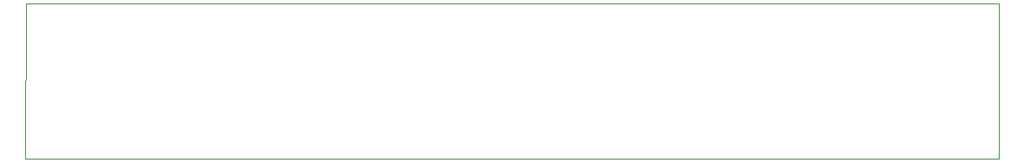
<source format=gbr>
G04 #@! TF.GenerationSoftware,KiCad,Pcbnew,(6.0.0-rc1-dev-305-gf0b8b21)*
G04 #@! TF.CreationDate,2020-01-15T10:01:43-08:00*
G04 #@! TF.ProjectId,_saved_Untitled,5F73617665645F556E7469746C65642E,rev?*
G04 #@! TF.SameCoordinates,Original*
G04 #@! TF.FileFunction,Profile,NP*
%FSLAX46Y46*%
G04 Gerber Fmt 4.6, Leading zero omitted, Abs format (unit mm)*
G04 Created by KiCad (PCBNEW (6.0.0-rc1-dev-305-gf0b8b21)) date Wednesday, January 15, 2020 at 10:01:43 AM*
%MOMM*%
%LPD*%
G01*
G04 APERTURE LIST*
%ADD10C,0.100000*%
G04 APERTURE END LIST*
D10*
X200025000Y-54356000D02*
X105029000Y-54356000D01*
X200025000Y-69469000D02*
X200025000Y-54356000D01*
X104902000Y-69469000D02*
X200025000Y-69469000D01*
X105029000Y-54356000D02*
X104902000Y-69469000D01*
M02*

</source>
